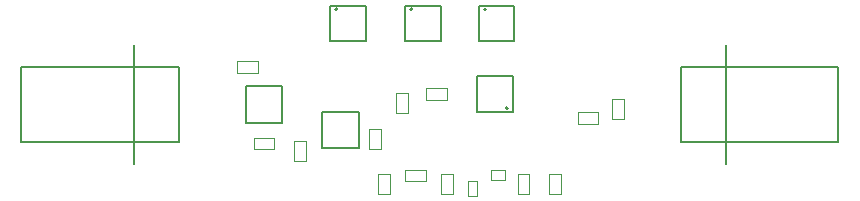
<source format=gbr>
%TF.GenerationSoftware,Altium Limited,Altium Designer,22.6.1 (34)*%
G04 Layer_Color=16711935*
%FSLAX26Y26*%
%MOIN*%
%TF.SameCoordinates,8B827DF8-CB59-4627-A0E1-72AFC477AE17*%
%TF.FilePolarity,Positive*%
%TF.FileFunction,Other,Mechanical_13*%
%TF.Part,Single*%
G01*
G75*
%TA.AperFunction,NonConductor*%
%ADD25C,0.007874*%
%ADD27C,0.003937*%
%ADD28C,0.005000*%
D25*
X2184567Y1817047D02*
G03*
X2184567Y1817047I-3937J0D01*
G01*
X2258307Y1487953D02*
G03*
X2258307Y1487953I-3937J0D01*
G01*
X1939567Y1817047D02*
G03*
X1939567Y1817047I-3937J0D01*
G01*
X1689567D02*
G03*
X1689567Y1817047I-3937J0D01*
G01*
D27*
X1546299Y1379449D02*
X1583701D01*
X1546299Y1310551D02*
X1583701D01*
Y1379449D01*
X1546299Y1310551D02*
Y1379449D01*
X1355551Y1606299D02*
Y1643701D01*
X1424449Y1606299D02*
Y1643701D01*
X1355551D02*
X1424449D01*
X1355551Y1606299D02*
X1424449D01*
X1796299Y1350551D02*
X1833701D01*
X1796299Y1419449D02*
X1833701D01*
X1796299Y1350551D02*
Y1419449D01*
X1833701Y1350551D02*
Y1419449D01*
X1410551Y1351299D02*
Y1388701D01*
X1479449Y1351299D02*
Y1388701D01*
X1410551D02*
X1479449D01*
X1410551Y1351299D02*
X1479449D01*
X2036299Y1200551D02*
X2073701D01*
X2036299Y1269449D02*
X2073701D01*
X2036299Y1200551D02*
Y1269449D01*
X2073701Y1200551D02*
Y1269449D01*
X1826299Y1200551D02*
X1863701D01*
X1826299Y1269449D02*
X1863701D01*
X1826299Y1200551D02*
Y1269449D01*
X1863701Y1200551D02*
Y1269449D01*
X1915551Y1244299D02*
Y1281701D01*
X1984449Y1244299D02*
Y1281701D01*
X1915551D02*
X1984449D01*
X1915551Y1244299D02*
X1984449D01*
X2396299Y1200551D02*
X2433701D01*
X2396299Y1269449D02*
X2433701D01*
X2396299Y1200551D02*
Y1269449D01*
X2433701Y1200551D02*
Y1269449D01*
X2054449Y1516299D02*
Y1553701D01*
X1985551Y1516299D02*
Y1553701D01*
Y1516299D02*
X2054449D01*
X1985551Y1553701D02*
X2054449Y1553701D01*
X2490551Y1436299D02*
Y1473701D01*
X2559449Y1436299D02*
Y1473701D01*
X2490551D02*
X2559449D01*
X2490551Y1436299D02*
X2559449Y1436299D01*
X2606299Y1519449D02*
X2643701D01*
X2606299Y1450551D02*
X2643701D01*
Y1519449D01*
X2606299D02*
X2606299Y1450551D01*
X2291299Y1200551D02*
X2328701D01*
X2291299Y1269449D02*
X2328701D01*
X2291299Y1200551D02*
Y1269449D01*
X2328701Y1200551D02*
Y1269449D01*
X1886299Y1470551D02*
X1923701D01*
X1886299Y1539449D02*
X1923701D01*
X1886299Y1470551D02*
Y1539449D01*
X1923701Y1470551D02*
Y1539449D01*
X2201378Y1249252D02*
Y1280748D01*
X2248622D01*
Y1249252D02*
Y1280748D01*
X2201378Y1249252D02*
X2248622D01*
X2124252Y1196378D02*
X2155748D01*
X2124252D02*
Y1243622D01*
X2155748D01*
Y1196378D02*
Y1243622D01*
D28*
X1386000Y1439000D02*
Y1561000D01*
X1504000Y1439000D02*
Y1561000D01*
X1386000Y1439000D02*
X1504000D01*
X1386000Y1561000D02*
X1504000D01*
X2160945Y1710945D02*
Y1829055D01*
Y1710945D02*
X2279055D01*
Y1829055D01*
X2160945D02*
X2279055D01*
X2274055Y1475945D02*
Y1594055D01*
X2155945D02*
X2274055D01*
X2155945Y1475945D02*
Y1594055D01*
Y1475945D02*
X2274055D01*
X2984803Y1625000D02*
X3359606Y1624606D01*
Y1375394D02*
Y1624606D01*
X2984803Y1375000D02*
X3359606Y1375394D01*
X2984803Y1303150D02*
Y1375000D01*
Y1625000D01*
Y1696850D01*
X2834803Y1375000D02*
X2984803D01*
X2834803D02*
Y1625000D01*
X2984803D01*
X3359606Y1624606D01*
Y1375394D02*
Y1624606D01*
X2984803Y1375000D02*
X3359606Y1375394D01*
X2984803Y1303150D02*
Y1375000D01*
Y1625000D01*
Y1696850D01*
X2834803Y1375000D02*
X2984803D01*
X2834803D02*
Y1625000D01*
X2984803D01*
X1915945Y1710945D02*
Y1829055D01*
Y1710945D02*
X2034055D01*
Y1829055D01*
X1915945D02*
X2034055D01*
X1639000Y1356000D02*
X1761000D01*
X1639000Y1474000D02*
X1761000D01*
Y1356000D02*
Y1474000D01*
X1639000Y1356000D02*
Y1474000D01*
X1665945Y1710945D02*
Y1829055D01*
Y1710945D02*
X1784055D01*
Y1829055D01*
X1665945D02*
X1784055D01*
X1010197Y1375000D02*
X1160197D01*
Y1625000D01*
X1010197D02*
X1160197D01*
X1010197Y1303150D02*
Y1375000D01*
Y1625000D01*
Y1696850D01*
X635394Y1624606D02*
X1010197Y1625000D01*
X635394Y1375394D02*
Y1624606D01*
Y1375394D02*
X1010197Y1375000D01*
X1160197D01*
Y1625000D01*
X1010197D02*
X1160197D01*
X1010197Y1303150D02*
Y1375000D01*
Y1625000D01*
Y1696850D01*
X635394Y1624606D02*
X1010197Y1625000D01*
X635394Y1375394D02*
Y1624606D01*
Y1375394D02*
X1010197Y1375000D01*
%TF.MD5,3c903aa6b8cf0d48c0c5450dd46b387c*%
M02*

</source>
